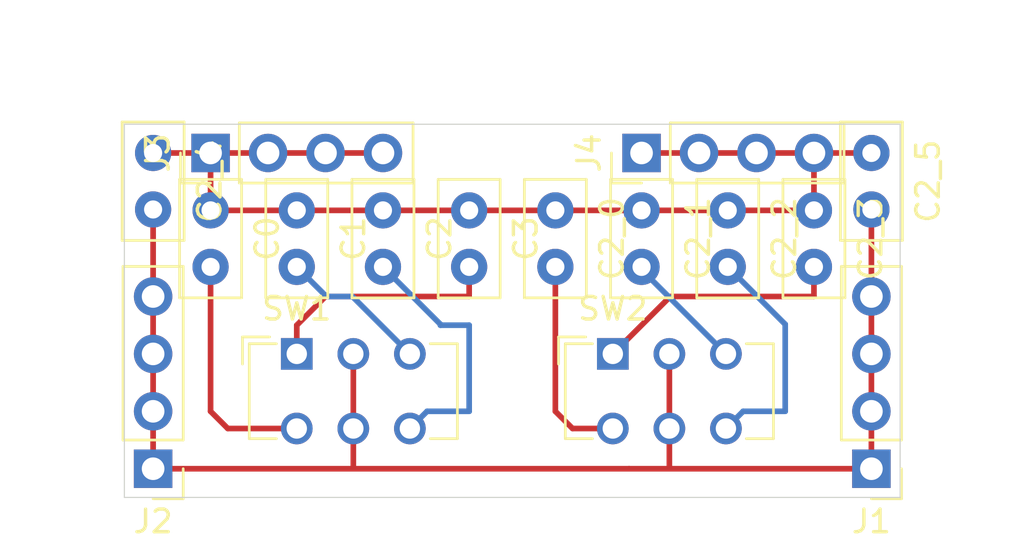
<source format=kicad_pcb>
(kicad_pcb (version 20171130) (host pcbnew "(6.0.0-rc1-dev-240-g72fcf4643)")

  (general
    (thickness 1.6)
    (drawings 4)
    (tracks 62)
    (zones 0)
    (modules 16)
    (nets 11)
  )

  (page A4)
  (layers
    (0 F.Cu signal)
    (31 B.Cu signal)
    (32 B.Adhes user)
    (33 F.Adhes user)
    (34 B.Paste user)
    (35 F.Paste user)
    (36 B.SilkS user)
    (37 F.SilkS user)
    (38 B.Mask user)
    (39 F.Mask user)
    (40 Dwgs.User user)
    (41 Cmts.User user)
    (42 Eco1.User user)
    (43 Eco2.User user)
    (44 Edge.Cuts user)
    (45 Margin user)
    (46 B.CrtYd user)
    (47 F.CrtYd user)
    (48 B.Fab user)
    (49 F.Fab user)
  )

  (setup
    (last_trace_width 0.25)
    (trace_clearance 0.2)
    (zone_clearance 0.508)
    (zone_45_only no)
    (trace_min 0.2)
    (via_size 0.8)
    (via_drill 0.4)
    (via_min_size 0.4)
    (via_min_drill 0.3)
    (uvia_size 0.3)
    (uvia_drill 0.1)
    (uvias_allowed no)
    (uvia_min_size 0.2)
    (uvia_min_drill 0.1)
    (edge_width 0.05)
    (segment_width 0.2)
    (pcb_text_width 0.3)
    (pcb_text_size 1.5 1.5)
    (mod_edge_width 0.12)
    (mod_text_size 1 1)
    (mod_text_width 0.15)
    (pad_size 1.7 1.7)
    (pad_drill 1)
    (pad_to_mask_clearance 0.2)
    (aux_axis_origin 0 0)
    (visible_elements 7FFFFFFF)
    (pcbplotparams
      (layerselection 0x010fc_ffffffff)
      (usegerberextensions false)
      (usegerberattributes false)
      (usegerberadvancedattributes false)
      (creategerberjobfile false)
      (excludeedgelayer true)
      (linewidth 0.100000)
      (plotframeref false)
      (viasonmask false)
      (mode 1)
      (useauxorigin false)
      (hpglpennumber 1)
      (hpglpenspeed 20)
      (hpglpendiameter 15.000000)
      (psnegative false)
      (psa4output false)
      (plotreference true)
      (plotvalue true)
      (plotinvisibletext false)
      (padsonsilk false)
      (subtractmaskfromsilk false)
      (outputformat 1)
      (mirror false)
      (drillshape 1)
      (scaleselection 1)
      (outputdirectory ""))
  )

  (net 0 "")
  (net 1 "Net-(C1-Pad2)")
  (net 2 "Net-(C2-Pad2)")
  (net 3 "Net-(C3-Pad2)")
  (net 4 "Net-(C0-Pad1)")
  (net 5 "Net-(C0-Pad2)")
  (net 6 "Net-(C2_0-Pad2)")
  (net 7 "Net-(C2_1-Pad2)")
  (net 8 "Net-(C2_2-Pad2)")
  (net 9 "Net-(C2_3-Pad2)")
  (net 10 "Net-(C2_4-Pad2)")

  (net_class Default "Dies ist die voreingestellte Netzklasse."
    (clearance 0.2)
    (trace_width 0.25)
    (via_dia 0.8)
    (via_drill 0.4)
    (uvia_dia 0.3)
    (uvia_drill 0.1)
    (add_net "Net-(C0-Pad1)")
    (add_net "Net-(C0-Pad2)")
    (add_net "Net-(C1-Pad2)")
    (add_net "Net-(C2-Pad2)")
    (add_net "Net-(C2_0-Pad2)")
    (add_net "Net-(C2_1-Pad2)")
    (add_net "Net-(C2_2-Pad2)")
    (add_net "Net-(C2_3-Pad2)")
    (add_net "Net-(C2_4-Pad2)")
    (add_net "Net-(C3-Pad2)")
  )

  (module Button_Switch_THT:SW_CuK_JS202011AQN_DPDT_Angled (layer F.Cu) (tedit 5A02FE31) (tstamp 5BDEFCB1)
    (at 140.97 86.36)
    (descr "CuK sub miniature slide switch, JS series, DPDT, right angle, http://www.ckswitches.com/media/1422/js.pdf")
    (tags "switch DPDT")
    (path /5BDEB0E7)
    (fp_text reference SW1 (at 0 -2) (layer F.SilkS)
      (effects (font (size 1 1) (thickness 0.15)))
    )
    (fp_text value RV3A_16R (at 2.25 6.75) (layer F.Fab)
      (effects (font (size 1 1) (thickness 0.15)))
    )
    (fp_line (start -1 -0.35) (end -2 0.65) (layer F.Fab) (width 0.1))
    (fp_line (start 7.25 4.25) (end 4.5 4.25) (layer F.CrtYd) (width 0.05))
    (fp_line (start 7.25 -0.95) (end 7.25 4.25) (layer F.CrtYd) (width 0.05))
    (fp_line (start -2.25 -0.95) (end 7.25 -0.95) (layer F.CrtYd) (width 0.05))
    (fp_line (start -2.25 4.25) (end -2.25 -0.95) (layer F.CrtYd) (width 0.05))
    (fp_line (start 0.5 4.25) (end -2.25 4.25) (layer F.CrtYd) (width 0.05))
    (fp_line (start 4.5 6) (end 0.5 6) (layer F.CrtYd) (width 0.05))
    (fp_line (start 4.5 6) (end 4.5 4.25) (layer F.CrtYd) (width 0.05))
    (fp_line (start 2.25 5.65) (end 2.25 3.65) (layer F.Fab) (width 0.1))
    (fp_line (start 0.75 5.65) (end 2.25 5.65) (layer F.Fab) (width 0.1))
    (fp_line (start 0.75 3.65) (end 0.75 5.65) (layer F.Fab) (width 0.1))
    (fp_line (start -2.4 -0.75) (end -2.4 0.45) (layer F.SilkS) (width 0.12))
    (fp_line (start -1.2 -0.75) (end -2.4 -0.75) (layer F.SilkS) (width 0.12))
    (fp_line (start 7.1 3.75) (end 5.9 3.75) (layer F.SilkS) (width 0.12))
    (fp_line (start 7.1 -0.45) (end 7.1 3.75) (layer F.SilkS) (width 0.12))
    (fp_line (start 5.9 -0.45) (end 7.1 -0.45) (layer F.SilkS) (width 0.12))
    (fp_line (start -2.1 3.75) (end -0.9 3.75) (layer F.SilkS) (width 0.12))
    (fp_line (start -2.1 -0.45) (end -2.1 3.75) (layer F.SilkS) (width 0.12))
    (fp_line (start -0.9 -0.45) (end -2.1 -0.45) (layer F.SilkS) (width 0.12))
    (fp_text user %R (at 2.5 1.75) (layer F.Fab)
      (effects (font (size 1 1) (thickness 0.15)))
    )
    (fp_line (start -2 3.65) (end -2 0.65) (layer F.Fab) (width 0.1))
    (fp_line (start 7 3.65) (end -2 3.65) (layer F.Fab) (width 0.1))
    (fp_line (start 7 -0.35) (end 7 3.65) (layer F.Fab) (width 0.1))
    (fp_line (start -1 -0.35) (end 7 -0.35) (layer F.Fab) (width 0.1))
    (fp_line (start 0.5 4.25) (end 0.5 6) (layer F.CrtYd) (width 0.05))
    (pad 1 thru_hole rect (at 0 0) (size 1.4 1.4) (drill 0.9) (layers *.Cu *.Mask)
      (net 3 "Net-(C3-Pad2)"))
    (pad 2 thru_hole circle (at 2.5 0) (size 1.4 1.4) (drill 0.9) (layers *.Cu *.Mask)
      (net 10 "Net-(C2_4-Pad2)"))
    (pad 3 thru_hole circle (at 5 0) (size 1.4 1.4) (drill 0.9) (layers *.Cu *.Mask)
      (net 1 "Net-(C1-Pad2)"))
    (pad 4 thru_hole circle (at 0 3.3) (size 1.4 1.4) (drill 0.9) (layers *.Cu *.Mask)
      (net 5 "Net-(C0-Pad2)"))
    (pad 5 thru_hole circle (at 2.5 3.3) (size 1.4 1.4) (drill 0.9) (layers *.Cu *.Mask)
      (net 10 "Net-(C2_4-Pad2)"))
    (pad 6 thru_hole circle (at 5 3.3) (size 1.4 1.4) (drill 0.9) (layers *.Cu *.Mask)
      (net 2 "Net-(C2-Pad2)"))
    (model ${KISYS3DMOD}/Button_Switch_THT.3dshapes/SW_CuK_JS202011AQN_DPDT_Angled.wrl
      (at (xyz 0 0 0))
      (scale (xyz 1 1 1))
      (rotate (xyz 0 0 0))
    )
  )

  (module Button_Switch_THT:SW_CuK_JS202011AQN_DPDT_Angled (layer F.Cu) (tedit 5A02FE31) (tstamp 5BDEFC27)
    (at 154.94 86.36)
    (descr "CuK sub miniature slide switch, JS series, DPDT, right angle, http://www.ckswitches.com/media/1422/js.pdf")
    (tags "switch DPDT")
    (path /5BDEB646)
    (fp_text reference SW2 (at 0 -2) (layer F.SilkS)
      (effects (font (size 1 1) (thickness 0.15)))
    )
    (fp_text value RV3A_16R (at 2.25 6.75) (layer F.Fab)
      (effects (font (size 1 1) (thickness 0.15)))
    )
    (fp_line (start -1 -0.35) (end -2 0.65) (layer F.Fab) (width 0.1))
    (fp_line (start 7.25 4.25) (end 4.5 4.25) (layer F.CrtYd) (width 0.05))
    (fp_line (start 7.25 -0.95) (end 7.25 4.25) (layer F.CrtYd) (width 0.05))
    (fp_line (start -2.25 -0.95) (end 7.25 -0.95) (layer F.CrtYd) (width 0.05))
    (fp_line (start -2.25 4.25) (end -2.25 -0.95) (layer F.CrtYd) (width 0.05))
    (fp_line (start 0.5 4.25) (end -2.25 4.25) (layer F.CrtYd) (width 0.05))
    (fp_line (start 4.5 6) (end 0.5 6) (layer F.CrtYd) (width 0.05))
    (fp_line (start 4.5 6) (end 4.5 4.25) (layer F.CrtYd) (width 0.05))
    (fp_line (start 2.25 5.65) (end 2.25 3.65) (layer F.Fab) (width 0.1))
    (fp_line (start 0.75 5.65) (end 2.25 5.65) (layer F.Fab) (width 0.1))
    (fp_line (start 0.75 3.65) (end 0.75 5.65) (layer F.Fab) (width 0.1))
    (fp_line (start -2.4 -0.75) (end -2.4 0.45) (layer F.SilkS) (width 0.12))
    (fp_line (start -1.2 -0.75) (end -2.4 -0.75) (layer F.SilkS) (width 0.12))
    (fp_line (start 7.1 3.75) (end 5.9 3.75) (layer F.SilkS) (width 0.12))
    (fp_line (start 7.1 -0.45) (end 7.1 3.75) (layer F.SilkS) (width 0.12))
    (fp_line (start 5.9 -0.45) (end 7.1 -0.45) (layer F.SilkS) (width 0.12))
    (fp_line (start -2.1 3.75) (end -0.9 3.75) (layer F.SilkS) (width 0.12))
    (fp_line (start -2.1 -0.45) (end -2.1 3.75) (layer F.SilkS) (width 0.12))
    (fp_line (start -0.9 -0.45) (end -2.1 -0.45) (layer F.SilkS) (width 0.12))
    (fp_text user %R (at 2.5 1.75) (layer F.Fab)
      (effects (font (size 1 1) (thickness 0.15)))
    )
    (fp_line (start -2 3.65) (end -2 0.65) (layer F.Fab) (width 0.1))
    (fp_line (start 7 3.65) (end -2 3.65) (layer F.Fab) (width 0.1))
    (fp_line (start 7 -0.35) (end 7 3.65) (layer F.Fab) (width 0.1))
    (fp_line (start -1 -0.35) (end 7 -0.35) (layer F.Fab) (width 0.1))
    (fp_line (start 0.5 4.25) (end 0.5 6) (layer F.CrtYd) (width 0.05))
    (pad 1 thru_hole rect (at 0 0) (size 1.4 1.4) (drill 0.9) (layers *.Cu *.Mask)
      (net 9 "Net-(C2_3-Pad2)"))
    (pad 2 thru_hole circle (at 2.5 0) (size 1.4 1.4) (drill 0.9) (layers *.Cu *.Mask)
      (net 10 "Net-(C2_4-Pad2)"))
    (pad 3 thru_hole circle (at 5 0) (size 1.4 1.4) (drill 0.9) (layers *.Cu *.Mask)
      (net 7 "Net-(C2_1-Pad2)"))
    (pad 4 thru_hole circle (at 0 3.3) (size 1.4 1.4) (drill 0.9) (layers *.Cu *.Mask)
      (net 6 "Net-(C2_0-Pad2)"))
    (pad 5 thru_hole circle (at 2.5 3.3) (size 1.4 1.4) (drill 0.9) (layers *.Cu *.Mask)
      (net 10 "Net-(C2_4-Pad2)"))
    (pad 6 thru_hole circle (at 5 3.3) (size 1.4 1.4) (drill 0.9) (layers *.Cu *.Mask)
      (net 8 "Net-(C2_2-Pad2)"))
    (model ${KISYS3DMOD}/Button_Switch_THT.3dshapes/SW_CuK_JS202011AQN_DPDT_Angled.wrl
      (at (xyz 0 0 0))
      (scale (xyz 1 1 1))
      (rotate (xyz 0 0 0))
    )
  )

  (module Capacitor_THT:C_Disc_D5.0mm_W2.5mm_P2.50mm (layer F.Cu) (tedit 5AE50EF0) (tstamp 5BDF4B7E)
    (at 148.59 80.01 270)
    (descr "C, Disc series, Radial, pin pitch=2.50mm, , diameter*width=5*2.5mm^2, Capacitor, http://cdn-reichelt.de/documents/datenblatt/B300/DS_KERKO_TC.pdf")
    (tags "C Disc series Radial pin pitch 2.50mm  diameter 5mm width 2.5mm Capacitor")
    (path /5BDEBF0B)
    (fp_text reference C3 (at 1.25 -2.5 270) (layer F.SilkS)
      (effects (font (size 1 1) (thickness 0.15)))
    )
    (fp_text value C (at 1.25 2.5 270) (layer F.Fab)
      (effects (font (size 1 1) (thickness 0.15)))
    )
    (fp_text user %R (at 1.25 0 270) (layer F.Fab)
      (effects (font (size 1 1) (thickness 0.15)))
    )
    (fp_line (start 4 -1.5) (end -1.5 -1.5) (layer F.CrtYd) (width 0.05))
    (fp_line (start 4 1.5) (end 4 -1.5) (layer F.CrtYd) (width 0.05))
    (fp_line (start -1.5 1.5) (end 4 1.5) (layer F.CrtYd) (width 0.05))
    (fp_line (start -1.5 -1.5) (end -1.5 1.5) (layer F.CrtYd) (width 0.05))
    (fp_line (start 3.87 -1.37) (end 3.87 1.37) (layer F.SilkS) (width 0.12))
    (fp_line (start -1.37 -1.37) (end -1.37 1.37) (layer F.SilkS) (width 0.12))
    (fp_line (start -1.37 1.37) (end 3.87 1.37) (layer F.SilkS) (width 0.12))
    (fp_line (start -1.37 -1.37) (end 3.87 -1.37) (layer F.SilkS) (width 0.12))
    (fp_line (start 3.75 -1.25) (end -1.25 -1.25) (layer F.Fab) (width 0.1))
    (fp_line (start 3.75 1.25) (end 3.75 -1.25) (layer F.Fab) (width 0.1))
    (fp_line (start -1.25 1.25) (end 3.75 1.25) (layer F.Fab) (width 0.1))
    (fp_line (start -1.25 -1.25) (end -1.25 1.25) (layer F.Fab) (width 0.1))
    (pad 2 thru_hole circle (at 2.5 0 270) (size 1.6 1.6) (drill 0.8) (layers *.Cu *.Mask)
      (net 3 "Net-(C3-Pad2)"))
    (pad 1 thru_hole circle (at 0 0 270) (size 1.6 1.6) (drill 0.8) (layers *.Cu *.Mask)
      (net 4 "Net-(C0-Pad1)"))
    (model ${KISYS3DMOD}/Capacitor_THT.3dshapes/C_Disc_D5.0mm_W2.5mm_P2.50mm.wrl
      (at (xyz 0 0 0))
      (scale (xyz 1 1 1))
      (rotate (xyz 0 0 0))
    )
  )

  (module Capacitor_THT:C_Disc_D5.0mm_W2.5mm_P2.50mm (layer F.Cu) (tedit 5AE50EF0) (tstamp 5BDF4B58)
    (at 160.02 80.01 270)
    (descr "C, Disc series, Radial, pin pitch=2.50mm, , diameter*width=5*2.5mm^2, Capacitor, http://cdn-reichelt.de/documents/datenblatt/B300/DS_KERKO_TC.pdf")
    (tags "C Disc series Radial pin pitch 2.50mm  diameter 5mm width 2.5mm Capacitor")
    (path /5BDEBF9F)
    (fp_text reference C2_2 (at 1.25 -2.5 270) (layer F.SilkS)
      (effects (font (size 1 1) (thickness 0.15)))
    )
    (fp_text value C (at 1.25 2.5 270) (layer F.Fab)
      (effects (font (size 1 1) (thickness 0.15)))
    )
    (fp_line (start -1.25 -1.25) (end -1.25 1.25) (layer F.Fab) (width 0.1))
    (fp_line (start -1.25 1.25) (end 3.75 1.25) (layer F.Fab) (width 0.1))
    (fp_line (start 3.75 1.25) (end 3.75 -1.25) (layer F.Fab) (width 0.1))
    (fp_line (start 3.75 -1.25) (end -1.25 -1.25) (layer F.Fab) (width 0.1))
    (fp_line (start -1.37 -1.37) (end 3.87 -1.37) (layer F.SilkS) (width 0.12))
    (fp_line (start -1.37 1.37) (end 3.87 1.37) (layer F.SilkS) (width 0.12))
    (fp_line (start -1.37 -1.37) (end -1.37 1.37) (layer F.SilkS) (width 0.12))
    (fp_line (start 3.87 -1.37) (end 3.87 1.37) (layer F.SilkS) (width 0.12))
    (fp_line (start -1.5 -1.5) (end -1.5 1.5) (layer F.CrtYd) (width 0.05))
    (fp_line (start -1.5 1.5) (end 4 1.5) (layer F.CrtYd) (width 0.05))
    (fp_line (start 4 1.5) (end 4 -1.5) (layer F.CrtYd) (width 0.05))
    (fp_line (start 4 -1.5) (end -1.5 -1.5) (layer F.CrtYd) (width 0.05))
    (fp_text user %R (at 1.25 0 270) (layer F.Fab)
      (effects (font (size 1 1) (thickness 0.15)))
    )
    (pad 1 thru_hole circle (at 0 0 270) (size 1.6 1.6) (drill 0.8) (layers *.Cu *.Mask)
      (net 4 "Net-(C0-Pad1)"))
    (pad 2 thru_hole circle (at 2.5 0 270) (size 1.6 1.6) (drill 0.8) (layers *.Cu *.Mask)
      (net 8 "Net-(C2_2-Pad2)"))
    (model ${KISYS3DMOD}/Capacitor_THT.3dshapes/C_Disc_D5.0mm_W2.5mm_P2.50mm.wrl
      (at (xyz 0 0 0))
      (scale (xyz 1 1 1))
      (rotate (xyz 0 0 0))
    )
  )

  (module Capacitor_THT:C_Disc_D5.0mm_W2.5mm_P2.50mm (layer F.Cu) (tedit 5AE50EF0) (tstamp 5BDF4E1D)
    (at 163.83 80.01 270)
    (descr "C, Disc series, Radial, pin pitch=2.50mm, , diameter*width=5*2.5mm^2, Capacitor, http://cdn-reichelt.de/documents/datenblatt/B300/DS_KERKO_TC.pdf")
    (tags "C Disc series Radial pin pitch 2.50mm  diameter 5mm width 2.5mm Capacitor")
    (path /5BDEBFA6)
    (fp_text reference C2_3 (at 1.25 -2.5 270) (layer F.SilkS)
      (effects (font (size 1 1) (thickness 0.15)))
    )
    (fp_text value C (at 1.25 2.5 270) (layer F.Fab)
      (effects (font (size 1 1) (thickness 0.15)))
    )
    (fp_text user %R (at 1.25 0 270) (layer F.Fab)
      (effects (font (size 1 1) (thickness 0.15)))
    )
    (fp_line (start 4 -1.5) (end -1.5 -1.5) (layer F.CrtYd) (width 0.05))
    (fp_line (start 4 1.5) (end 4 -1.5) (layer F.CrtYd) (width 0.05))
    (fp_line (start -1.5 1.5) (end 4 1.5) (layer F.CrtYd) (width 0.05))
    (fp_line (start -1.5 -1.5) (end -1.5 1.5) (layer F.CrtYd) (width 0.05))
    (fp_line (start 3.87 -1.37) (end 3.87 1.37) (layer F.SilkS) (width 0.12))
    (fp_line (start -1.37 -1.37) (end -1.37 1.37) (layer F.SilkS) (width 0.12))
    (fp_line (start -1.37 1.37) (end 3.87 1.37) (layer F.SilkS) (width 0.12))
    (fp_line (start -1.37 -1.37) (end 3.87 -1.37) (layer F.SilkS) (width 0.12))
    (fp_line (start 3.75 -1.25) (end -1.25 -1.25) (layer F.Fab) (width 0.1))
    (fp_line (start 3.75 1.25) (end 3.75 -1.25) (layer F.Fab) (width 0.1))
    (fp_line (start -1.25 1.25) (end 3.75 1.25) (layer F.Fab) (width 0.1))
    (fp_line (start -1.25 -1.25) (end -1.25 1.25) (layer F.Fab) (width 0.1))
    (pad 2 thru_hole circle (at 2.5 0 270) (size 1.6 1.6) (drill 0.8) (layers *.Cu *.Mask)
      (net 9 "Net-(C2_3-Pad2)"))
    (pad 1 thru_hole circle (at 0 0 270) (size 1.6 1.6) (drill 0.8) (layers *.Cu *.Mask)
      (net 4 "Net-(C0-Pad1)"))
    (model ${KISYS3DMOD}/Capacitor_THT.3dshapes/C_Disc_D5.0mm_W2.5mm_P2.50mm.wrl
      (at (xyz 0 0 0))
      (scale (xyz 1 1 1))
      (rotate (xyz 0 0 0))
    )
  )

  (module Capacitor_THT:C_Disc_D5.0mm_W2.5mm_P2.50mm (layer F.Cu) (tedit 5AE50EF0) (tstamp 5BDF4B32)
    (at 144.78 80.01 270)
    (descr "C, Disc series, Radial, pin pitch=2.50mm, , diameter*width=5*2.5mm^2, Capacitor, http://cdn-reichelt.de/documents/datenblatt/B300/DS_KERKO_TC.pdf")
    (tags "C Disc series Radial pin pitch 2.50mm  diameter 5mm width 2.5mm Capacitor")
    (path /5BDEBF04)
    (fp_text reference C2 (at 1.25 -2.5 270) (layer F.SilkS)
      (effects (font (size 1 1) (thickness 0.15)))
    )
    (fp_text value C (at 1.25 2.5 270) (layer F.Fab)
      (effects (font (size 1 1) (thickness 0.15)))
    )
    (fp_line (start -1.25 -1.25) (end -1.25 1.25) (layer F.Fab) (width 0.1))
    (fp_line (start -1.25 1.25) (end 3.75 1.25) (layer F.Fab) (width 0.1))
    (fp_line (start 3.75 1.25) (end 3.75 -1.25) (layer F.Fab) (width 0.1))
    (fp_line (start 3.75 -1.25) (end -1.25 -1.25) (layer F.Fab) (width 0.1))
    (fp_line (start -1.37 -1.37) (end 3.87 -1.37) (layer F.SilkS) (width 0.12))
    (fp_line (start -1.37 1.37) (end 3.87 1.37) (layer F.SilkS) (width 0.12))
    (fp_line (start -1.37 -1.37) (end -1.37 1.37) (layer F.SilkS) (width 0.12))
    (fp_line (start 3.87 -1.37) (end 3.87 1.37) (layer F.SilkS) (width 0.12))
    (fp_line (start -1.5 -1.5) (end -1.5 1.5) (layer F.CrtYd) (width 0.05))
    (fp_line (start -1.5 1.5) (end 4 1.5) (layer F.CrtYd) (width 0.05))
    (fp_line (start 4 1.5) (end 4 -1.5) (layer F.CrtYd) (width 0.05))
    (fp_line (start 4 -1.5) (end -1.5 -1.5) (layer F.CrtYd) (width 0.05))
    (fp_text user %R (at 1.25 0 270) (layer F.Fab)
      (effects (font (size 1 1) (thickness 0.15)))
    )
    (pad 1 thru_hole circle (at 0 0 270) (size 1.6 1.6) (drill 0.8) (layers *.Cu *.Mask)
      (net 4 "Net-(C0-Pad1)"))
    (pad 2 thru_hole circle (at 2.5 0 270) (size 1.6 1.6) (drill 0.8) (layers *.Cu *.Mask)
      (net 2 "Net-(C2-Pad2)"))
    (model ${KISYS3DMOD}/Capacitor_THT.3dshapes/C_Disc_D5.0mm_W2.5mm_P2.50mm.wrl
      (at (xyz 0 0 0))
      (scale (xyz 1 1 1))
      (rotate (xyz 0 0 0))
    )
  )

  (module Capacitor_THT:C_Disc_D5.0mm_W2.5mm_P2.50mm (layer F.Cu) (tedit 5AE50EF0) (tstamp 5BDF4B45)
    (at 152.4 80.01 270)
    (descr "C, Disc series, Radial, pin pitch=2.50mm, , diameter*width=5*2.5mm^2, Capacitor, http://cdn-reichelt.de/documents/datenblatt/B300/DS_KERKO_TC.pdf")
    (tags "C Disc series Radial pin pitch 2.50mm  diameter 5mm width 2.5mm Capacitor")
    (path /5BDEBF91)
    (fp_text reference C2_0 (at 1.25 -2.5 270) (layer F.SilkS)
      (effects (font (size 1 1) (thickness 0.15)))
    )
    (fp_text value C (at 1.25 2.5 270) (layer F.Fab)
      (effects (font (size 1 1) (thickness 0.15)))
    )
    (fp_line (start -1.25 -1.25) (end -1.25 1.25) (layer F.Fab) (width 0.1))
    (fp_line (start -1.25 1.25) (end 3.75 1.25) (layer F.Fab) (width 0.1))
    (fp_line (start 3.75 1.25) (end 3.75 -1.25) (layer F.Fab) (width 0.1))
    (fp_line (start 3.75 -1.25) (end -1.25 -1.25) (layer F.Fab) (width 0.1))
    (fp_line (start -1.37 -1.37) (end 3.87 -1.37) (layer F.SilkS) (width 0.12))
    (fp_line (start -1.37 1.37) (end 3.87 1.37) (layer F.SilkS) (width 0.12))
    (fp_line (start -1.37 -1.37) (end -1.37 1.37) (layer F.SilkS) (width 0.12))
    (fp_line (start 3.87 -1.37) (end 3.87 1.37) (layer F.SilkS) (width 0.12))
    (fp_line (start -1.5 -1.5) (end -1.5 1.5) (layer F.CrtYd) (width 0.05))
    (fp_line (start -1.5 1.5) (end 4 1.5) (layer F.CrtYd) (width 0.05))
    (fp_line (start 4 1.5) (end 4 -1.5) (layer F.CrtYd) (width 0.05))
    (fp_line (start 4 -1.5) (end -1.5 -1.5) (layer F.CrtYd) (width 0.05))
    (fp_text user %R (at 1.25 0 270) (layer F.Fab)
      (effects (font (size 1 1) (thickness 0.15)))
    )
    (pad 1 thru_hole circle (at 0 0 270) (size 1.6 1.6) (drill 0.8) (layers *.Cu *.Mask)
      (net 4 "Net-(C0-Pad1)"))
    (pad 2 thru_hole circle (at 2.5 0 270) (size 1.6 1.6) (drill 0.8) (layers *.Cu *.Mask)
      (net 6 "Net-(C2_0-Pad2)"))
    (model ${KISYS3DMOD}/Capacitor_THT.3dshapes/C_Disc_D5.0mm_W2.5mm_P2.50mm.wrl
      (at (xyz 0 0 0))
      (scale (xyz 1 1 1))
      (rotate (xyz 0 0 0))
    )
  )

  (module Capacitor_THT:C_Disc_D5.0mm_W2.5mm_P2.50mm (layer F.Cu) (tedit 5AE50EF0) (tstamp 5BDF4B6B)
    (at 140.97 80.01 270)
    (descr "C, Disc series, Radial, pin pitch=2.50mm, , diameter*width=5*2.5mm^2, Capacitor, http://cdn-reichelt.de/documents/datenblatt/B300/DS_KERKO_TC.pdf")
    (tags "C Disc series Radial pin pitch 2.50mm  diameter 5mm width 2.5mm Capacitor")
    (path /5BDEBE7D)
    (fp_text reference C1 (at 1.25 -2.5 270) (layer F.SilkS)
      (effects (font (size 1 1) (thickness 0.15)))
    )
    (fp_text value C (at 1.25 2.5 270) (layer F.Fab)
      (effects (font (size 1 1) (thickness 0.15)))
    )
    (fp_text user %R (at 1.25 0 270) (layer F.Fab)
      (effects (font (size 1 1) (thickness 0.15)))
    )
    (fp_line (start 4 -1.5) (end -1.5 -1.5) (layer F.CrtYd) (width 0.05))
    (fp_line (start 4 1.5) (end 4 -1.5) (layer F.CrtYd) (width 0.05))
    (fp_line (start -1.5 1.5) (end 4 1.5) (layer F.CrtYd) (width 0.05))
    (fp_line (start -1.5 -1.5) (end -1.5 1.5) (layer F.CrtYd) (width 0.05))
    (fp_line (start 3.87 -1.37) (end 3.87 1.37) (layer F.SilkS) (width 0.12))
    (fp_line (start -1.37 -1.37) (end -1.37 1.37) (layer F.SilkS) (width 0.12))
    (fp_line (start -1.37 1.37) (end 3.87 1.37) (layer F.SilkS) (width 0.12))
    (fp_line (start -1.37 -1.37) (end 3.87 -1.37) (layer F.SilkS) (width 0.12))
    (fp_line (start 3.75 -1.25) (end -1.25 -1.25) (layer F.Fab) (width 0.1))
    (fp_line (start 3.75 1.25) (end 3.75 -1.25) (layer F.Fab) (width 0.1))
    (fp_line (start -1.25 1.25) (end 3.75 1.25) (layer F.Fab) (width 0.1))
    (fp_line (start -1.25 -1.25) (end -1.25 1.25) (layer F.Fab) (width 0.1))
    (pad 2 thru_hole circle (at 2.5 0 270) (size 1.6 1.6) (drill 0.8) (layers *.Cu *.Mask)
      (net 1 "Net-(C1-Pad2)"))
    (pad 1 thru_hole circle (at 0 0 270) (size 1.6 1.6) (drill 0.8) (layers *.Cu *.Mask)
      (net 4 "Net-(C0-Pad1)"))
    (model ${KISYS3DMOD}/Capacitor_THT.3dshapes/C_Disc_D5.0mm_W2.5mm_P2.50mm.wrl
      (at (xyz 0 0 0))
      (scale (xyz 1 1 1))
      (rotate (xyz 0 0 0))
    )
  )

  (module Capacitor_THT:C_Disc_D5.0mm_W2.5mm_P2.50mm (layer F.Cu) (tedit 5AE50EF0) (tstamp 5BDF4B1F)
    (at 137.16 80.01 270)
    (descr "C, Disc series, Radial, pin pitch=2.50mm, , diameter*width=5*2.5mm^2, Capacitor, http://cdn-reichelt.de/documents/datenblatt/B300/DS_KERKO_TC.pdf")
    (tags "C Disc series Radial pin pitch 2.50mm  diameter 5mm width 2.5mm Capacitor")
    (path /5BDEBD89)
    (fp_text reference C0 (at 1.25 -2.5 270) (layer F.SilkS)
      (effects (font (size 1 1) (thickness 0.15)))
    )
    (fp_text value C (at 1.25 2.5 270) (layer F.Fab)
      (effects (font (size 1 1) (thickness 0.15)))
    )
    (fp_line (start -1.25 -1.25) (end -1.25 1.25) (layer F.Fab) (width 0.1))
    (fp_line (start -1.25 1.25) (end 3.75 1.25) (layer F.Fab) (width 0.1))
    (fp_line (start 3.75 1.25) (end 3.75 -1.25) (layer F.Fab) (width 0.1))
    (fp_line (start 3.75 -1.25) (end -1.25 -1.25) (layer F.Fab) (width 0.1))
    (fp_line (start -1.37 -1.37) (end 3.87 -1.37) (layer F.SilkS) (width 0.12))
    (fp_line (start -1.37 1.37) (end 3.87 1.37) (layer F.SilkS) (width 0.12))
    (fp_line (start -1.37 -1.37) (end -1.37 1.37) (layer F.SilkS) (width 0.12))
    (fp_line (start 3.87 -1.37) (end 3.87 1.37) (layer F.SilkS) (width 0.12))
    (fp_line (start -1.5 -1.5) (end -1.5 1.5) (layer F.CrtYd) (width 0.05))
    (fp_line (start -1.5 1.5) (end 4 1.5) (layer F.CrtYd) (width 0.05))
    (fp_line (start 4 1.5) (end 4 -1.5) (layer F.CrtYd) (width 0.05))
    (fp_line (start 4 -1.5) (end -1.5 -1.5) (layer F.CrtYd) (width 0.05))
    (fp_text user %R (at 1.25 0 270) (layer F.Fab)
      (effects (font (size 1 1) (thickness 0.15)))
    )
    (pad 1 thru_hole circle (at 0 0 270) (size 1.6 1.6) (drill 0.8) (layers *.Cu *.Mask)
      (net 4 "Net-(C0-Pad1)"))
    (pad 2 thru_hole circle (at 2.5 0 270) (size 1.6 1.6) (drill 0.8) (layers *.Cu *.Mask)
      (net 5 "Net-(C0-Pad2)"))
    (model ${KISYS3DMOD}/Capacitor_THT.3dshapes/C_Disc_D5.0mm_W2.5mm_P2.50mm.wrl
      (at (xyz 0 0 0))
      (scale (xyz 1 1 1))
      (rotate (xyz 0 0 0))
    )
  )

  (module Capacitor_THT:C_Disc_D5.0mm_W2.5mm_P2.50mm (layer F.Cu) (tedit 5AE50EF0) (tstamp 5BDF4B91)
    (at 156.21 80.01 270)
    (descr "C, Disc series, Radial, pin pitch=2.50mm, , diameter*width=5*2.5mm^2, Capacitor, http://cdn-reichelt.de/documents/datenblatt/B300/DS_KERKO_TC.pdf")
    (tags "C Disc series Radial pin pitch 2.50mm  diameter 5mm width 2.5mm Capacitor")
    (path /5BDEBF98)
    (fp_text reference C2_1 (at 1.25 -2.5 270) (layer F.SilkS)
      (effects (font (size 1 1) (thickness 0.15)))
    )
    (fp_text value C (at 1.25 2.5 270) (layer F.Fab)
      (effects (font (size 1 1) (thickness 0.15)))
    )
    (fp_text user %R (at 1.25 0 270) (layer F.Fab)
      (effects (font (size 1 1) (thickness 0.15)))
    )
    (fp_line (start 4 -1.5) (end -1.5 -1.5) (layer F.CrtYd) (width 0.05))
    (fp_line (start 4 1.5) (end 4 -1.5) (layer F.CrtYd) (width 0.05))
    (fp_line (start -1.5 1.5) (end 4 1.5) (layer F.CrtYd) (width 0.05))
    (fp_line (start -1.5 -1.5) (end -1.5 1.5) (layer F.CrtYd) (width 0.05))
    (fp_line (start 3.87 -1.37) (end 3.87 1.37) (layer F.SilkS) (width 0.12))
    (fp_line (start -1.37 -1.37) (end -1.37 1.37) (layer F.SilkS) (width 0.12))
    (fp_line (start -1.37 1.37) (end 3.87 1.37) (layer F.SilkS) (width 0.12))
    (fp_line (start -1.37 -1.37) (end 3.87 -1.37) (layer F.SilkS) (width 0.12))
    (fp_line (start 3.75 -1.25) (end -1.25 -1.25) (layer F.Fab) (width 0.1))
    (fp_line (start 3.75 1.25) (end 3.75 -1.25) (layer F.Fab) (width 0.1))
    (fp_line (start -1.25 1.25) (end 3.75 1.25) (layer F.Fab) (width 0.1))
    (fp_line (start -1.25 -1.25) (end -1.25 1.25) (layer F.Fab) (width 0.1))
    (pad 2 thru_hole circle (at 2.5 0 270) (size 1.6 1.6) (drill 0.8) (layers *.Cu *.Mask)
      (net 7 "Net-(C2_1-Pad2)"))
    (pad 1 thru_hole circle (at 0 0 270) (size 1.6 1.6) (drill 0.8) (layers *.Cu *.Mask)
      (net 4 "Net-(C0-Pad1)"))
    (model ${KISYS3DMOD}/Capacitor_THT.3dshapes/C_Disc_D5.0mm_W2.5mm_P2.50mm.wrl
      (at (xyz 0 0 0))
      (scale (xyz 1 1 1))
      (rotate (xyz 0 0 0))
    )
  )

  (module Connector_PinHeader_2.54mm:PinHeader_1x04_P2.54mm_Vertical (layer F.Cu) (tedit 5BDEC6B4) (tstamp 5BDF55D9)
    (at 166.37 91.44 180)
    (descr "Through hole straight pin header, 1x04, 2.54mm pitch, single row")
    (tags "Through hole pin header THT 1x04 2.54mm single row")
    (path /5BDED283)
    (fp_text reference J1 (at 0 -2.33 180) (layer F.SilkS)
      (effects (font (size 1 1) (thickness 0.15)))
    )
    (fp_text value Conn_01x04_Male (at 0 9.95 180) (layer F.Fab)
      (effects (font (size 1 1) (thickness 0.15)))
    )
    (fp_line (start -0.635 -1.27) (end 1.27 -1.27) (layer F.Fab) (width 0.1))
    (fp_line (start 1.27 -1.27) (end 1.27 8.89) (layer F.Fab) (width 0.1))
    (fp_line (start 1.27 8.89) (end -1.27 8.89) (layer F.Fab) (width 0.1))
    (fp_line (start -1.27 8.89) (end -1.27 -0.635) (layer F.Fab) (width 0.1))
    (fp_line (start -1.27 -0.635) (end -0.635 -1.27) (layer F.Fab) (width 0.1))
    (fp_line (start -1.33 8.95) (end 1.33 8.95) (layer F.SilkS) (width 0.12))
    (fp_line (start -1.33 1.27) (end -1.33 8.95) (layer F.SilkS) (width 0.12))
    (fp_line (start 1.33 1.27) (end 1.33 8.95) (layer F.SilkS) (width 0.12))
    (fp_line (start -1.33 1.27) (end 1.33 1.27) (layer F.SilkS) (width 0.12))
    (fp_line (start -1.33 0) (end -1.33 -1.33) (layer F.SilkS) (width 0.12))
    (fp_line (start -1.33 -1.33) (end 0 -1.33) (layer F.SilkS) (width 0.12))
    (fp_line (start -1.8 -1.8) (end -1.8 9.4) (layer F.CrtYd) (width 0.05))
    (fp_line (start -1.8 9.4) (end 1.8 9.4) (layer F.CrtYd) (width 0.05))
    (fp_line (start 1.8 9.4) (end 1.8 -1.8) (layer F.CrtYd) (width 0.05))
    (fp_line (start 1.8 -1.8) (end -1.8 -1.8) (layer F.CrtYd) (width 0.05))
    (fp_text user %R (at 0 3.81 270) (layer F.Fab)
      (effects (font (size 1 1) (thickness 0.15)))
    )
    (pad 1 thru_hole rect (at 0 0 180) (size 1.7 1.7) (drill 1) (layers *.Cu *.Mask)
      (net 10 "Net-(C2_4-Pad2)"))
    (pad 2 thru_hole oval (at 0 2.54 180) (size 1.7 1.7) (drill 1) (layers *.Cu *.Mask)
      (net 10 "Net-(C2_4-Pad2)"))
    (pad 3 thru_hole oval (at 0 5.08 180) (size 1.7 1.7) (drill 1) (layers *.Cu *.Mask)
      (net 10 "Net-(C2_4-Pad2)"))
    (pad 4 thru_hole oval (at 0 7.62 180) (size 1.7 1.7) (drill 1) (layers *.Cu *.Mask)
      (net 10 "Net-(C2_4-Pad2)"))
    (model ${KISYS3DMOD}/Connector_PinHeader_2.54mm.3dshapes/PinHeader_1x04_P2.54mm_Vertical.wrl
      (at (xyz 0 0 0))
      (scale (xyz 1 1 1))
      (rotate (xyz 0 0 0))
    )
  )

  (module Connector_PinHeader_2.54mm:PinHeader_1x04_P2.54mm_Vertical (layer F.Cu) (tedit 59FED5CC) (tstamp 5BDF55F1)
    (at 134.62 91.44 180)
    (descr "Through hole straight pin header, 1x04, 2.54mm pitch, single row")
    (tags "Through hole pin header THT 1x04 2.54mm single row")
    (path /5BDEDB7C)
    (fp_text reference J2 (at 0 -2.33 180) (layer F.SilkS)
      (effects (font (size 1 1) (thickness 0.15)))
    )
    (fp_text value Conn_01x04_Male (at 0 9.95 180) (layer F.Fab)
      (effects (font (size 1 1) (thickness 0.15)))
    )
    (fp_text user %R (at 0 3.81 270) (layer F.Fab)
      (effects (font (size 1 1) (thickness 0.15)))
    )
    (fp_line (start 1.8 -1.8) (end -1.8 -1.8) (layer F.CrtYd) (width 0.05))
    (fp_line (start 1.8 9.4) (end 1.8 -1.8) (layer F.CrtYd) (width 0.05))
    (fp_line (start -1.8 9.4) (end 1.8 9.4) (layer F.CrtYd) (width 0.05))
    (fp_line (start -1.8 -1.8) (end -1.8 9.4) (layer F.CrtYd) (width 0.05))
    (fp_line (start -1.33 -1.33) (end 0 -1.33) (layer F.SilkS) (width 0.12))
    (fp_line (start -1.33 0) (end -1.33 -1.33) (layer F.SilkS) (width 0.12))
    (fp_line (start -1.33 1.27) (end 1.33 1.27) (layer F.SilkS) (width 0.12))
    (fp_line (start 1.33 1.27) (end 1.33 8.95) (layer F.SilkS) (width 0.12))
    (fp_line (start -1.33 1.27) (end -1.33 8.95) (layer F.SilkS) (width 0.12))
    (fp_line (start -1.33 8.95) (end 1.33 8.95) (layer F.SilkS) (width 0.12))
    (fp_line (start -1.27 -0.635) (end -0.635 -1.27) (layer F.Fab) (width 0.1))
    (fp_line (start -1.27 8.89) (end -1.27 -0.635) (layer F.Fab) (width 0.1))
    (fp_line (start 1.27 8.89) (end -1.27 8.89) (layer F.Fab) (width 0.1))
    (fp_line (start 1.27 -1.27) (end 1.27 8.89) (layer F.Fab) (width 0.1))
    (fp_line (start -0.635 -1.27) (end 1.27 -1.27) (layer F.Fab) (width 0.1))
    (pad 4 thru_hole oval (at 0 7.62 180) (size 1.7 1.7) (drill 1) (layers *.Cu *.Mask)
      (net 10 "Net-(C2_4-Pad2)"))
    (pad 3 thru_hole oval (at 0 5.08 180) (size 1.7 1.7) (drill 1) (layers *.Cu *.Mask)
      (net 10 "Net-(C2_4-Pad2)"))
    (pad 2 thru_hole oval (at 0 2.54 180) (size 1.7 1.7) (drill 1) (layers *.Cu *.Mask)
      (net 10 "Net-(C2_4-Pad2)"))
    (pad 1 thru_hole rect (at 0 0 180) (size 1.7 1.7) (drill 1) (layers *.Cu *.Mask)
      (net 10 "Net-(C2_4-Pad2)"))
    (model ${KISYS3DMOD}/Connector_PinHeader_2.54mm.3dshapes/PinHeader_1x04_P2.54mm_Vertical.wrl
      (at (xyz 0 0 0))
      (scale (xyz 1 1 1))
      (rotate (xyz 0 0 0))
    )
  )

  (module Connector_PinHeader_2.54mm:PinHeader_1x04_P2.54mm_Vertical (layer F.Cu) (tedit 59FED5CC) (tstamp 5BDF5609)
    (at 137.16 77.47 90)
    (descr "Through hole straight pin header, 1x04, 2.54mm pitch, single row")
    (tags "Through hole pin header THT 1x04 2.54mm single row")
    (path /5BDEDE52)
    (fp_text reference J3 (at 0 -2.33 90) (layer F.SilkS)
      (effects (font (size 1 1) (thickness 0.15)))
    )
    (fp_text value Conn_01x04_Male (at 0 9.95 90) (layer F.Fab)
      (effects (font (size 1 1) (thickness 0.15)))
    )
    (fp_line (start -0.635 -1.27) (end 1.27 -1.27) (layer F.Fab) (width 0.1))
    (fp_line (start 1.27 -1.27) (end 1.27 8.89) (layer F.Fab) (width 0.1))
    (fp_line (start 1.27 8.89) (end -1.27 8.89) (layer F.Fab) (width 0.1))
    (fp_line (start -1.27 8.89) (end -1.27 -0.635) (layer F.Fab) (width 0.1))
    (fp_line (start -1.27 -0.635) (end -0.635 -1.27) (layer F.Fab) (width 0.1))
    (fp_line (start -1.33 8.95) (end 1.33 8.95) (layer F.SilkS) (width 0.12))
    (fp_line (start -1.33 1.27) (end -1.33 8.95) (layer F.SilkS) (width 0.12))
    (fp_line (start 1.33 1.27) (end 1.33 8.95) (layer F.SilkS) (width 0.12))
    (fp_line (start -1.33 1.27) (end 1.33 1.27) (layer F.SilkS) (width 0.12))
    (fp_line (start -1.33 0) (end -1.33 -1.33) (layer F.SilkS) (width 0.12))
    (fp_line (start -1.33 -1.33) (end 0 -1.33) (layer F.SilkS) (width 0.12))
    (fp_line (start -1.8 -1.8) (end -1.8 9.4) (layer F.CrtYd) (width 0.05))
    (fp_line (start -1.8 9.4) (end 1.8 9.4) (layer F.CrtYd) (width 0.05))
    (fp_line (start 1.8 9.4) (end 1.8 -1.8) (layer F.CrtYd) (width 0.05))
    (fp_line (start 1.8 -1.8) (end -1.8 -1.8) (layer F.CrtYd) (width 0.05))
    (fp_text user %R (at 0 3.81 180) (layer F.Fab)
      (effects (font (size 1 1) (thickness 0.15)))
    )
    (pad 1 thru_hole rect (at 0 0 90) (size 1.7 1.7) (drill 1) (layers *.Cu *.Mask)
      (net 4 "Net-(C0-Pad1)"))
    (pad 2 thru_hole oval (at 0 2.54 90) (size 1.7 1.7) (drill 1) (layers *.Cu *.Mask)
      (net 4 "Net-(C0-Pad1)"))
    (pad 3 thru_hole oval (at 0 5.08 90) (size 1.7 1.7) (drill 1) (layers *.Cu *.Mask)
      (net 4 "Net-(C0-Pad1)"))
    (pad 4 thru_hole oval (at 0 7.62 90) (size 1.7 1.7) (drill 1) (layers *.Cu *.Mask)
      (net 4 "Net-(C0-Pad1)"))
    (model ${KISYS3DMOD}/Connector_PinHeader_2.54mm.3dshapes/PinHeader_1x04_P2.54mm_Vertical.wrl
      (at (xyz 0 0 0))
      (scale (xyz 1 1 1))
      (rotate (xyz 0 0 0))
    )
  )

  (module Connector_PinHeader_2.54mm:PinHeader_1x04_P2.54mm_Vertical (layer F.Cu) (tedit 59FED5CC) (tstamp 5BDF5621)
    (at 156.21 77.47 90)
    (descr "Through hole straight pin header, 1x04, 2.54mm pitch, single row")
    (tags "Through hole pin header THT 1x04 2.54mm single row")
    (path /5BDEE12F)
    (fp_text reference J4 (at 0 -2.33 90) (layer F.SilkS)
      (effects (font (size 1 1) (thickness 0.15)))
    )
    (fp_text value Conn_01x04_Male (at 0 9.95 90) (layer F.Fab)
      (effects (font (size 1 1) (thickness 0.15)))
    )
    (fp_text user %R (at 0 3.81 180) (layer F.Fab)
      (effects (font (size 1 1) (thickness 0.15)))
    )
    (fp_line (start 1.8 -1.8) (end -1.8 -1.8) (layer F.CrtYd) (width 0.05))
    (fp_line (start 1.8 9.4) (end 1.8 -1.8) (layer F.CrtYd) (width 0.05))
    (fp_line (start -1.8 9.4) (end 1.8 9.4) (layer F.CrtYd) (width 0.05))
    (fp_line (start -1.8 -1.8) (end -1.8 9.4) (layer F.CrtYd) (width 0.05))
    (fp_line (start -1.33 -1.33) (end 0 -1.33) (layer F.SilkS) (width 0.12))
    (fp_line (start -1.33 0) (end -1.33 -1.33) (layer F.SilkS) (width 0.12))
    (fp_line (start -1.33 1.27) (end 1.33 1.27) (layer F.SilkS) (width 0.12))
    (fp_line (start 1.33 1.27) (end 1.33 8.95) (layer F.SilkS) (width 0.12))
    (fp_line (start -1.33 1.27) (end -1.33 8.95) (layer F.SilkS) (width 0.12))
    (fp_line (start -1.33 8.95) (end 1.33 8.95) (layer F.SilkS) (width 0.12))
    (fp_line (start -1.27 -0.635) (end -0.635 -1.27) (layer F.Fab) (width 0.1))
    (fp_line (start -1.27 8.89) (end -1.27 -0.635) (layer F.Fab) (width 0.1))
    (fp_line (start 1.27 8.89) (end -1.27 8.89) (layer F.Fab) (width 0.1))
    (fp_line (start 1.27 -1.27) (end 1.27 8.89) (layer F.Fab) (width 0.1))
    (fp_line (start -0.635 -1.27) (end 1.27 -1.27) (layer F.Fab) (width 0.1))
    (pad 4 thru_hole oval (at 0 7.62 90) (size 1.7 1.7) (drill 1) (layers *.Cu *.Mask)
      (net 4 "Net-(C0-Pad1)"))
    (pad 3 thru_hole oval (at 0 5.08 90) (size 1.7 1.7) (drill 1) (layers *.Cu *.Mask)
      (net 4 "Net-(C0-Pad1)"))
    (pad 2 thru_hole oval (at 0 2.54 90) (size 1.7 1.7) (drill 1) (layers *.Cu *.Mask)
      (net 4 "Net-(C0-Pad1)"))
    (pad 1 thru_hole rect (at 0 0 90) (size 1.7 1.7) (drill 1) (layers *.Cu *.Mask)
      (net 4 "Net-(C0-Pad1)"))
    (model ${KISYS3DMOD}/Connector_PinHeader_2.54mm.3dshapes/PinHeader_1x04_P2.54mm_Vertical.wrl
      (at (xyz 0 0 0))
      (scale (xyz 1 1 1))
      (rotate (xyz 0 0 0))
    )
  )

  (module Capacitor_THT:C_Disc_D5.0mm_W2.5mm_P2.50mm (layer F.Cu) (tedit 5AE50EF0) (tstamp 5BDF58E8)
    (at 134.62 77.47 270)
    (descr "C, Disc series, Radial, pin pitch=2.50mm, , diameter*width=5*2.5mm^2, Capacitor, http://cdn-reichelt.de/documents/datenblatt/B300/DS_KERKO_TC.pdf")
    (tags "C Disc series Radial pin pitch 2.50mm  diameter 5mm width 2.5mm Capacitor")
    (path /5BDF736D)
    (fp_text reference C2_4 (at 1.25 -2.5 270) (layer F.SilkS)
      (effects (font (size 1 1) (thickness 0.15)))
    )
    (fp_text value C (at 1.25 2.5 270) (layer F.Fab)
      (effects (font (size 1 1) (thickness 0.15)))
    )
    (fp_line (start -1.25 -1.25) (end -1.25 1.25) (layer F.Fab) (width 0.1))
    (fp_line (start -1.25 1.25) (end 3.75 1.25) (layer F.Fab) (width 0.1))
    (fp_line (start 3.75 1.25) (end 3.75 -1.25) (layer F.Fab) (width 0.1))
    (fp_line (start 3.75 -1.25) (end -1.25 -1.25) (layer F.Fab) (width 0.1))
    (fp_line (start -1.37 -1.37) (end 3.87 -1.37) (layer F.SilkS) (width 0.12))
    (fp_line (start -1.37 1.37) (end 3.87 1.37) (layer F.SilkS) (width 0.12))
    (fp_line (start -1.37 -1.37) (end -1.37 1.37) (layer F.SilkS) (width 0.12))
    (fp_line (start 3.87 -1.37) (end 3.87 1.37) (layer F.SilkS) (width 0.12))
    (fp_line (start -1.5 -1.5) (end -1.5 1.5) (layer F.CrtYd) (width 0.05))
    (fp_line (start -1.5 1.5) (end 4 1.5) (layer F.CrtYd) (width 0.05))
    (fp_line (start 4 1.5) (end 4 -1.5) (layer F.CrtYd) (width 0.05))
    (fp_line (start 4 -1.5) (end -1.5 -1.5) (layer F.CrtYd) (width 0.05))
    (fp_text user %R (at 1.25 0 270) (layer F.Fab)
      (effects (font (size 1 1) (thickness 0.15)))
    )
    (pad 1 thru_hole circle (at 0 0 270) (size 1.6 1.6) (drill 0.8) (layers *.Cu *.Mask)
      (net 4 "Net-(C0-Pad1)"))
    (pad 2 thru_hole circle (at 2.5 0 270) (size 1.6 1.6) (drill 0.8) (layers *.Cu *.Mask)
      (net 10 "Net-(C2_4-Pad2)"))
    (model ${KISYS3DMOD}/Capacitor_THT.3dshapes/C_Disc_D5.0mm_W2.5mm_P2.50mm.wrl
      (at (xyz 0 0 0))
      (scale (xyz 1 1 1))
      (rotate (xyz 0 0 0))
    )
  )

  (module Capacitor_THT:C_Disc_D5.0mm_W2.5mm_P2.50mm (layer F.Cu) (tedit 5AE50EF0) (tstamp 5BDF591E)
    (at 166.37 77.47 270)
    (descr "C, Disc series, Radial, pin pitch=2.50mm, , diameter*width=5*2.5mm^2, Capacitor, http://cdn-reichelt.de/documents/datenblatt/B300/DS_KERKO_TC.pdf")
    (tags "C Disc series Radial pin pitch 2.50mm  diameter 5mm width 2.5mm Capacitor")
    (path /5BDF7415)
    (fp_text reference C2_5 (at 1.25 -2.5 270) (layer F.SilkS)
      (effects (font (size 1 1) (thickness 0.15)))
    )
    (fp_text value C (at 1.25 2.5 270) (layer F.Fab)
      (effects (font (size 1 1) (thickness 0.15)))
    )
    (fp_text user %R (at 1.25 0 270) (layer F.Fab)
      (effects (font (size 1 1) (thickness 0.15)))
    )
    (fp_line (start 4 -1.5) (end -1.5 -1.5) (layer F.CrtYd) (width 0.05))
    (fp_line (start 4 1.5) (end 4 -1.5) (layer F.CrtYd) (width 0.05))
    (fp_line (start -1.5 1.5) (end 4 1.5) (layer F.CrtYd) (width 0.05))
    (fp_line (start -1.5 -1.5) (end -1.5 1.5) (layer F.CrtYd) (width 0.05))
    (fp_line (start 3.87 -1.37) (end 3.87 1.37) (layer F.SilkS) (width 0.12))
    (fp_line (start -1.37 -1.37) (end -1.37 1.37) (layer F.SilkS) (width 0.12))
    (fp_line (start -1.37 1.37) (end 3.87 1.37) (layer F.SilkS) (width 0.12))
    (fp_line (start -1.37 -1.37) (end 3.87 -1.37) (layer F.SilkS) (width 0.12))
    (fp_line (start 3.75 -1.25) (end -1.25 -1.25) (layer F.Fab) (width 0.1))
    (fp_line (start 3.75 1.25) (end 3.75 -1.25) (layer F.Fab) (width 0.1))
    (fp_line (start -1.25 1.25) (end 3.75 1.25) (layer F.Fab) (width 0.1))
    (fp_line (start -1.25 -1.25) (end -1.25 1.25) (layer F.Fab) (width 0.1))
    (pad 2 thru_hole circle (at 2.5 0 270) (size 1.6 1.6) (drill 0.8) (layers *.Cu *.Mask)
      (net 10 "Net-(C2_4-Pad2)"))
    (pad 1 thru_hole circle (at 0 0 270) (size 1.6 1.6) (drill 0.8) (layers *.Cu *.Mask)
      (net 4 "Net-(C0-Pad1)"))
    (model ${KISYS3DMOD}/Capacitor_THT.3dshapes/C_Disc_D5.0mm_W2.5mm_P2.50mm.wrl
      (at (xyz 0 0 0))
      (scale (xyz 1 1 1))
      (rotate (xyz 0 0 0))
    )
  )

  (gr_line (start 133.35 92.71) (end 167.64 92.71) (layer Edge.Cuts) (width 0.05))
  (gr_line (start 167.64 92.71) (end 167.64 76.2) (layer Edge.Cuts) (width 0.05))
  (gr_line (start 133.35 76.2) (end 167.64 76.2) (layer Edge.Cuts) (width 0.05))
  (gr_line (start 133.35 92.71) (end 133.35 76.2) (layer Edge.Cuts) (width 0.05))

  (segment (start 143.47 91.4) (end 143.51 91.44) (width 0.25) (layer F.Cu) (net 10))
  (segment (start 157.44 89.66) (end 157.44 91.4) (width 0.25) (layer F.Cu) (net 10))
  (segment (start 155.66 91.44) (end 157.48 91.44) (width 0.25) (layer F.Cu) (net 10))
  (segment (start 143.51 91.44) (end 155.66 91.44) (width 0.25) (layer F.Cu) (net 10))
  (segment (start 143.47 89.66) (end 143.47 91.4) (width 0.25) (layer F.Cu) (net 10))
  (segment (start 143.47 86.36) (end 143.47 89.66) (width 0.25) (layer F.Cu) (net 10))
  (segment (start 157.44 89.66) (end 157.44 86.36) (width 0.25) (layer F.Cu) (net 10))
  (segment (start 145.97 86.36) (end 143.43 83.82) (width 0.25) (layer B.Cu) (net 1))
  (segment (start 143.43 83.82) (end 142.28 83.82) (width 0.25) (layer B.Cu) (net 1))
  (segment (start 142.28 83.82) (end 140.97 82.51) (width 0.25) (layer B.Cu) (net 1))
  (segment (start 147.32 85.09) (end 147.32 85.05) (width 0.25) (layer B.Cu) (net 2))
  (segment (start 148.59 88.9) (end 148.59 85.09) (width 0.25) (layer B.Cu) (net 2))
  (segment (start 146.73 88.9) (end 148.59 88.9) (width 0.25) (layer B.Cu) (net 2))
  (segment (start 147.32 85.05) (end 144.78 82.51) (width 0.25) (layer B.Cu) (net 2))
  (segment (start 148.59 85.09) (end 147.32 85.09) (width 0.25) (layer B.Cu) (net 2))
  (segment (start 145.97 89.66) (end 146.73 88.9) (width 0.25) (layer B.Cu) (net 2))
  (segment (start 140.97 85.09) (end 140.97 86.36) (width 0.25) (layer F.Cu) (net 3))
  (segment (start 148.59 83.82) (end 142.24 83.82) (width 0.25) (layer F.Cu) (net 3))
  (segment (start 148.59 82.51) (end 148.59 83.82) (width 0.25) (layer F.Cu) (net 3))
  (segment (start 142.24 83.82) (end 140.97 85.09) (width 0.25) (layer F.Cu) (net 3))
  (segment (start 156.21 80.01) (end 152.4 80.01) (width 0.25) (layer F.Cu) (net 4))
  (segment (start 163.83 80.01) (end 160.02 80.01) (width 0.25) (layer F.Cu) (net 4))
  (segment (start 152.4 80.01) (end 148.59 80.01) (width 0.25) (layer F.Cu) (net 4))
  (segment (start 148.59 80.01) (end 144.78 80.01) (width 0.25) (layer F.Cu) (net 4))
  (segment (start 144.78 80.01) (end 140.97 80.01) (width 0.25) (layer F.Cu) (net 4))
  (segment (start 160.02 80.01) (end 156.21 80.01) (width 0.25) (layer F.Cu) (net 4))
  (segment (start 140.97 80.01) (end 137.16 80.01) (width 0.25) (layer F.Cu) (net 4))
  (segment (start 137.16 80.01) (end 137.16 77.47) (width 0.25) (layer F.Cu) (net 4))
  (segment (start 137.16 77.47) (end 139.7 77.47) (width 0.25) (layer F.Cu) (net 4))
  (segment (start 139.7 77.47) (end 142.24 77.47) (width 0.25) (layer F.Cu) (net 4))
  (segment (start 142.24 77.47) (end 144.78 77.47) (width 0.25) (layer F.Cu) (net 4))
  (segment (start 156.21 77.47) (end 158.75 77.47) (width 0.25) (layer F.Cu) (net 4))
  (segment (start 158.75 77.47) (end 161.29 77.47) (width 0.25) (layer F.Cu) (net 4))
  (segment (start 161.29 77.47) (end 163.83 77.47) (width 0.25) (layer F.Cu) (net 4))
  (segment (start 163.83 80.01) (end 163.83 77.47) (width 0.25) (layer F.Cu) (net 4))
  (segment (start 166.37 77.47) (end 163.83 77.47) (width 0.25) (layer F.Cu) (net 4))
  (segment (start 137.16 77.47) (end 134.62 77.47) (width 0.25) (layer F.Cu) (net 4))
  (segment (start 137.92 89.66) (end 137.16 88.9) (width 0.25) (layer F.Cu) (net 5))
  (segment (start 137.16 88.9) (end 137.16 82.51) (width 0.25) (layer F.Cu) (net 5))
  (segment (start 140.97 89.66) (end 137.92 89.66) (width 0.25) (layer F.Cu) (net 5))
  (segment (start 153.16 89.66) (end 152.4 88.9) (width 0.25) (layer F.Cu) (net 6))
  (segment (start 154.94 89.66) (end 153.16 89.66) (width 0.25) (layer F.Cu) (net 6))
  (segment (start 152.4 88.9) (end 152.4 82.51) (width 0.25) (layer F.Cu) (net 6))
  (segment (start 159.94 86.36) (end 156.21 82.63) (width 0.25) (layer B.Cu) (net 7))
  (segment (start 156.21 82.63) (end 156.21 82.51) (width 0.25) (layer B.Cu) (net 7))
  (segment (start 159.94 89.66) (end 160.7 88.9) (width 0.25) (layer B.Cu) (net 8))
  (segment (start 162.56 85.05) (end 160.02 82.51) (width 0.25) (layer B.Cu) (net 8))
  (segment (start 162.56 88.9) (end 162.56 85.05) (width 0.25) (layer B.Cu) (net 8))
  (segment (start 160.7 88.9) (end 162.56 88.9) (width 0.25) (layer B.Cu) (net 8))
  (segment (start 163.83 82.51) (end 163.83 83.82) (width 0.25) (layer F.Cu) (net 9))
  (segment (start 163.83 83.82) (end 157.48 83.82) (width 0.25) (layer F.Cu) (net 9))
  (segment (start 157.48 83.82) (end 154.94 86.36) (width 0.25) (layer F.Cu) (net 9))
  (segment (start 166.37 83.82) (end 166.37 86.36) (width 0.25) (layer F.Cu) (net 10))
  (segment (start 166.37 86.36) (end 166.37 88.9) (width 0.25) (layer F.Cu) (net 10))
  (segment (start 166.37 88.9) (end 166.37 91.44) (width 0.25) (layer F.Cu) (net 10))
  (segment (start 166.37 91.44) (end 157.48 91.44) (width 0.25) (layer F.Cu) (net 10))
  (segment (start 134.62 91.44) (end 143.51 91.44) (width 0.25) (layer F.Cu) (net 10))
  (segment (start 134.62 91.44) (end 134.62 88.9) (width 0.25) (layer F.Cu) (net 10))
  (segment (start 134.62 88.9) (end 134.62 86.36) (width 0.25) (layer F.Cu) (net 10))
  (segment (start 134.62 86.36) (end 134.62 83.82) (width 0.25) (layer F.Cu) (net 10))
  (segment (start 166.37 83.82) (end 166.37 79.97) (width 0.25) (layer F.Cu) (net 10))
  (segment (start 134.62 83.82) (end 134.62 79.97) (width 0.25) (layer F.Cu) (net 10))

)

</source>
